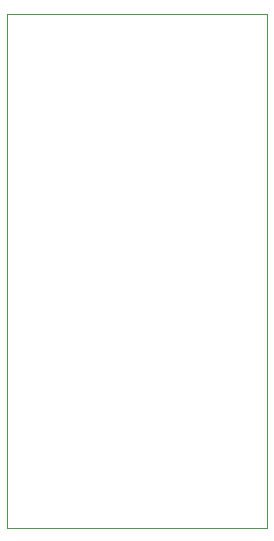
<source format=gbr>
%TF.GenerationSoftware,KiCad,Pcbnew,(6.0.2)*%
%TF.CreationDate,2022-04-22T09:08:27+08:00*%
%TF.ProjectId,usb-nvme,7573622d-6e76-46d6-952e-6b696361645f,rev?*%
%TF.SameCoordinates,Original*%
%TF.FileFunction,Profile,NP*%
%FSLAX46Y46*%
G04 Gerber Fmt 4.6, Leading zero omitted, Abs format (unit mm)*
G04 Created by KiCad (PCBNEW (6.0.2)) date 2022-04-22 09:08:27*
%MOMM*%
%LPD*%
G01*
G04 APERTURE LIST*
%TA.AperFunction,Profile*%
%ADD10C,0.100000*%
%TD*%
G04 APERTURE END LIST*
D10*
X22000000Y0D02*
X22000000Y-43500000D01*
X22000000Y-43500000D02*
X0Y-43500000D01*
X0Y-43500000D02*
X0Y0D01*
X0Y0D02*
X22000000Y0D01*
M02*

</source>
